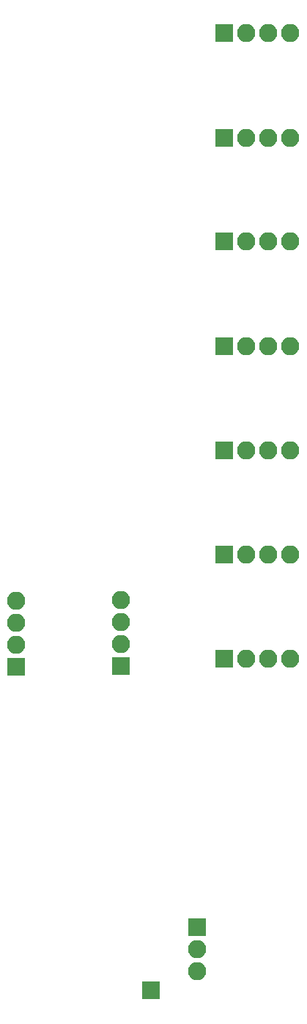
<source format=gbr>
G04 #@! TF.FileFunction,Soldermask,Bot*
%FSLAX46Y46*%
G04 Gerber Fmt 4.6, Leading zero omitted, Abs format (unit mm)*
G04 Created by KiCad (PCBNEW 4.0.7) date 10/29/17 08:22:04*
%MOMM*%
%LPD*%
G01*
G04 APERTURE LIST*
%ADD10C,0.100000*%
%ADD11R,2.100000X2.100000*%
%ADD12O,2.100000X2.100000*%
G04 APERTURE END LIST*
D10*
D11*
X141109700Y-112737900D03*
D12*
X141109700Y-110197900D03*
X141109700Y-107657900D03*
X141109700Y-105117900D03*
D11*
X153149300Y-112712500D03*
D12*
X153149300Y-110172500D03*
X153149300Y-107632500D03*
X153149300Y-105092500D03*
D11*
X165163500Y-111848900D03*
D12*
X167703500Y-111848900D03*
X170243500Y-111848900D03*
X172783500Y-111848900D03*
D11*
X165138100Y-39636700D03*
D12*
X167678100Y-39636700D03*
X170218100Y-39636700D03*
X172758100Y-39636700D03*
D11*
X165138100Y-51676300D03*
D12*
X167678100Y-51676300D03*
X170218100Y-51676300D03*
X172758100Y-51676300D03*
D11*
X165138100Y-75730100D03*
D12*
X167678100Y-75730100D03*
X170218100Y-75730100D03*
X172758100Y-75730100D03*
D11*
X165138100Y-63690500D03*
D12*
X167678100Y-63690500D03*
X170218100Y-63690500D03*
X172758100Y-63690500D03*
D11*
X165138100Y-87769700D03*
D12*
X167678100Y-87769700D03*
X170218100Y-87769700D03*
X172758100Y-87769700D03*
D11*
X162026600Y-142824200D03*
D12*
X162026600Y-145364200D03*
X162026600Y-147904200D03*
D11*
X156692600Y-150126700D03*
X165138100Y-99809300D03*
D12*
X167678100Y-99809300D03*
X170218100Y-99809300D03*
X172758100Y-99809300D03*
M02*

</source>
